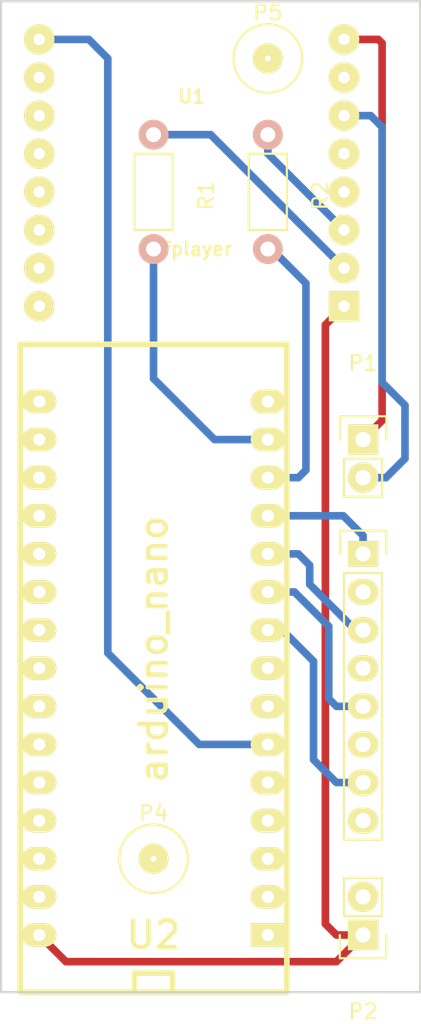
<source format=kicad_pcb>
(kicad_pcb (version 4) (host pcbnew 4.0.2+dfsg1-stable)

  (general
    (links 20)
    (no_connects 7)
    (area 60.884999 25.0338 88.975001 93.7082)
    (thickness 1.6)
    (drawings 4)
    (tracks 57)
    (zones 0)
    (modules 9)
    (nets 14)
  )

  (page A4)
  (layers
    (0 F.Cu signal)
    (31 B.Cu signal)
    (32 B.Adhes user)
    (33 F.Adhes user)
    (34 B.Paste user)
    (35 F.Paste user)
    (36 B.SilkS user)
    (37 F.SilkS user)
    (38 B.Mask user)
    (39 F.Mask user)
    (40 Dwgs.User user)
    (41 Cmts.User user)
    (42 Eco1.User user)
    (43 Eco2.User user)
    (44 Edge.Cuts user)
    (45 Margin user)
    (46 B.CrtYd user)
    (47 F.CrtYd user)
    (48 B.Fab user)
    (49 F.Fab user)
  )

  (setup
    (last_trace_width 0.508)
    (trace_clearance 0.2032)
    (zone_clearance 0.508)
    (zone_45_only no)
    (trace_min 0.2)
    (segment_width 0.2)
    (edge_width 0.15)
    (via_size 0.6)
    (via_drill 0.4)
    (via_min_size 0.4)
    (via_min_drill 0.3)
    (uvia_size 0.3)
    (uvia_drill 0.1)
    (uvias_allowed no)
    (uvia_min_size 0)
    (uvia_min_drill 0)
    (pcb_text_width 0.3)
    (pcb_text_size 1.5 1.5)
    (mod_edge_width 0.15)
    (mod_text_size 1 1)
    (mod_text_width 0.15)
    (pad_size 2.032 2.032)
    (pad_drill 1.016)
    (pad_to_mask_clearance 0.2)
    (aux_axis_origin 0 0)
    (grid_origin 60.96 91.44)
    (visible_elements FFFCFF1F)
    (pcbplotparams
      (layerselection 0x00000_00000001)
      (usegerberextensions false)
      (excludeedgelayer true)
      (linewidth 0.100000)
      (plotframeref false)
      (viasonmask false)
      (mode 1)
      (useauxorigin false)
      (hpglpennumber 1)
      (hpglpenspeed 20)
      (hpglpendiameter 15)
      (hpglpenoverlay 2)
      (psnegative false)
      (psa4output false)
      (plotreference true)
      (plotvalue true)
      (plotinvisibletext false)
      (padsonsilk false)
      (subtractmaskfromsilk false)
      (outputformat 4)
      (mirror true)
      (drillshape 1)
      (scaleselection 1)
      (outputdirectory plots))
  )

  (net 0 "")
  (net 1 /SPEAKER_2)
  (net 2 /SPEAKER_1)
  (net 3 +5V)
  (net 4 GND)
  (net 5 "Net-(U1-Pad16)")
  (net 6 "Net-(P3-Pad1)")
  (net 7 "Net-(P3-Pad3)")
  (net 8 "Net-(P3-Pad5)")
  (net 9 "Net-(P3-Pad7)")
  (net 10 "Net-(R1-Pad1)")
  (net 11 "Net-(R1-Pad2)")
  (net 12 "Net-(R2-Pad1)")
  (net 13 "Net-(R2-Pad2)")

  (net_class Default "This is the default net class."
    (clearance 0.2032)
    (trace_width 0.508)
    (via_dia 0.6)
    (via_drill 0.4)
    (uvia_dia 0.3)
    (uvia_drill 0.1)
    (add_net +5V)
    (add_net /SPEAKER_1)
    (add_net /SPEAKER_2)
    (add_net GND)
    (add_net "Net-(P3-Pad1)")
    (add_net "Net-(P3-Pad3)")
    (add_net "Net-(P3-Pad5)")
    (add_net "Net-(P3-Pad7)")
    (add_net "Net-(R1-Pad1)")
    (add_net "Net-(R1-Pad2)")
    (add_net "Net-(R2-Pad1)")
    (add_net "Net-(R2-Pad2)")
    (add_net "Net-(U1-Pad16)")
  )

  (module Pin_Headers:Pin_Header_Straight_1x02 (layer F.Cu) (tedit 57756C24) (tstamp 57476891)
    (at 85.09 54.61)
    (descr "Through hole pin header")
    (tags "pin header")
    (path /574774DC)
    (fp_text reference P1 (at 0 -5.1) (layer F.SilkS)
      (effects (font (size 1 1) (thickness 0.15)))
    )
    (fp_text value Speaker (at 0 -3.1) (layer F.Fab)
      (effects (font (size 1 1) (thickness 0.15)))
    )
    (fp_line (start 1.27 1.27) (end 1.27 3.81) (layer F.SilkS) (width 0.15))
    (fp_line (start 1.55 -1.55) (end 1.55 0) (layer F.SilkS) (width 0.15))
    (fp_line (start -1.75 -1.75) (end -1.75 4.3) (layer F.CrtYd) (width 0.05))
    (fp_line (start 1.75 -1.75) (end 1.75 4.3) (layer F.CrtYd) (width 0.05))
    (fp_line (start -1.75 -1.75) (end 1.75 -1.75) (layer F.CrtYd) (width 0.05))
    (fp_line (start -1.75 4.3) (end 1.75 4.3) (layer F.CrtYd) (width 0.05))
    (fp_line (start 1.27 1.27) (end -1.27 1.27) (layer F.SilkS) (width 0.15))
    (fp_line (start -1.55 0) (end -1.55 -1.55) (layer F.SilkS) (width 0.15))
    (fp_line (start -1.55 -1.55) (end 1.55 -1.55) (layer F.SilkS) (width 0.15))
    (fp_line (start -1.27 1.27) (end -1.27 3.81) (layer F.SilkS) (width 0.15))
    (fp_line (start -1.27 3.81) (end 1.27 3.81) (layer F.SilkS) (width 0.15))
    (pad 1 thru_hole rect (at 0 0) (size 2.032 2.032) (drill 1.016) (layers *.Cu *.Mask F.SilkS)
      (net 1 /SPEAKER_2))
    (pad 2 thru_hole oval (at 0 2.54) (size 2.032 2.032) (drill 1.016) (layers *.Cu *.Mask F.SilkS)
      (net 2 /SPEAKER_1))
    (model Pin_Headers.3dshapes/Pin_Header_Straight_1x02.wrl
      (at (xyz 0 -0.05 0))
      (scale (xyz 1 1 1))
      (rotate (xyz 0 0 90))
    )
  )

  (module Pin_Headers:Pin_Header_Straight_1x02 (layer F.Cu) (tedit 54EA090C) (tstamp 57753023)
    (at 85.09 87.63 180)
    (descr "Through hole pin header")
    (tags "pin header")
    (path /57752FCF)
    (fp_text reference P2 (at 0 -5.1 180) (layer F.SilkS)
      (effects (font (size 1 1) (thickness 0.15)))
    )
    (fp_text value Power (at 0 -3.1 180) (layer F.Fab)
      (effects (font (size 1 1) (thickness 0.15)))
    )
    (fp_line (start 1.27 1.27) (end 1.27 3.81) (layer F.SilkS) (width 0.15))
    (fp_line (start 1.55 -1.55) (end 1.55 0) (layer F.SilkS) (width 0.15))
    (fp_line (start -1.75 -1.75) (end -1.75 4.3) (layer F.CrtYd) (width 0.05))
    (fp_line (start 1.75 -1.75) (end 1.75 4.3) (layer F.CrtYd) (width 0.05))
    (fp_line (start -1.75 -1.75) (end 1.75 -1.75) (layer F.CrtYd) (width 0.05))
    (fp_line (start -1.75 4.3) (end 1.75 4.3) (layer F.CrtYd) (width 0.05))
    (fp_line (start 1.27 1.27) (end -1.27 1.27) (layer F.SilkS) (width 0.15))
    (fp_line (start -1.55 0) (end -1.55 -1.55) (layer F.SilkS) (width 0.15))
    (fp_line (start -1.55 -1.55) (end 1.55 -1.55) (layer F.SilkS) (width 0.15))
    (fp_line (start -1.27 1.27) (end -1.27 3.81) (layer F.SilkS) (width 0.15))
    (fp_line (start -1.27 3.81) (end 1.27 3.81) (layer F.SilkS) (width 0.15))
    (pad 1 thru_hole rect (at 0 0 180) (size 2.032 2.032) (drill 1.016) (layers *.Cu *.Mask F.SilkS)
      (net 3 +5V))
    (pad 2 thru_hole oval (at 0 2.54 180) (size 2.032 2.032) (drill 1.016) (layers *.Cu *.Mask F.SilkS)
      (net 4 GND))
    (model Pin_Headers.3dshapes/Pin_Header_Straight_1x02.wrl
      (at (xyz 0 -0.05 0))
      (scale (xyz 1 1 1))
      (rotate (xyz 0 0 90))
    )
  )

  (module Pin_Headers:Pin_Header_Straight_1x08 (layer F.Cu) (tedit 0) (tstamp 577537E9)
    (at 85.09 62.23)
    (descr "Through hole pin header")
    (tags "pin header")
    (path /57753778)
    (fp_text reference P3 (at 0 -5.1) (layer F.SilkS)
      (effects (font (size 1 1) (thickness 0.15)))
    )
    (fp_text value Buttons (at 0 -3.1) (layer F.Fab)
      (effects (font (size 1 1) (thickness 0.15)))
    )
    (fp_line (start -1.75 -1.75) (end -1.75 19.55) (layer F.CrtYd) (width 0.05))
    (fp_line (start 1.75 -1.75) (end 1.75 19.55) (layer F.CrtYd) (width 0.05))
    (fp_line (start -1.75 -1.75) (end 1.75 -1.75) (layer F.CrtYd) (width 0.05))
    (fp_line (start -1.75 19.55) (end 1.75 19.55) (layer F.CrtYd) (width 0.05))
    (fp_line (start 1.27 1.27) (end 1.27 19.05) (layer F.SilkS) (width 0.15))
    (fp_line (start 1.27 19.05) (end -1.27 19.05) (layer F.SilkS) (width 0.15))
    (fp_line (start -1.27 19.05) (end -1.27 1.27) (layer F.SilkS) (width 0.15))
    (fp_line (start 1.55 -1.55) (end 1.55 0) (layer F.SilkS) (width 0.15))
    (fp_line (start 1.27 1.27) (end -1.27 1.27) (layer F.SilkS) (width 0.15))
    (fp_line (start -1.55 0) (end -1.55 -1.55) (layer F.SilkS) (width 0.15))
    (fp_line (start -1.55 -1.55) (end 1.55 -1.55) (layer F.SilkS) (width 0.15))
    (pad 1 thru_hole rect (at 0 0) (size 2.032 1.7272) (drill 1.016) (layers *.Cu *.Mask F.SilkS)
      (net 6 "Net-(P3-Pad1)"))
    (pad 2 thru_hole oval (at 0 2.54) (size 2.032 1.7272) (drill 1.016) (layers *.Cu *.Mask F.SilkS)
      (net 4 GND))
    (pad 3 thru_hole oval (at 0 5.08) (size 2.032 1.7272) (drill 1.016) (layers *.Cu *.Mask F.SilkS)
      (net 7 "Net-(P3-Pad3)"))
    (pad 4 thru_hole oval (at 0 7.62) (size 2.032 1.7272) (drill 1.016) (layers *.Cu *.Mask F.SilkS)
      (net 4 GND))
    (pad 5 thru_hole oval (at 0 10.16) (size 2.032 1.7272) (drill 1.016) (layers *.Cu *.Mask F.SilkS)
      (net 8 "Net-(P3-Pad5)"))
    (pad 6 thru_hole oval (at 0 12.7) (size 2.032 1.7272) (drill 1.016) (layers *.Cu *.Mask F.SilkS)
      (net 4 GND))
    (pad 7 thru_hole oval (at 0 15.24) (size 2.032 1.7272) (drill 1.016) (layers *.Cu *.Mask F.SilkS)
      (net 9 "Net-(P3-Pad7)"))
    (pad 8 thru_hole oval (at 0 17.78) (size 2.032 1.7272) (drill 1.016) (layers *.Cu *.Mask F.SilkS)
      (net 4 GND))
    (model Pin_Headers.3dshapes/Pin_Header_Straight_1x08.wrl
      (at (xyz 0 -0.35 0))
      (scale (xyz 1 1 1))
      (rotate (xyz 0 0 90))
    )
  )

  (module Resistors_ThroughHole:Resistor_Horizontal_RM7mm (layer F.Cu) (tedit 569FCF07) (tstamp 57753C7D)
    (at 71.12 34.29 270)
    (descr "Resistor, Axial,  RM 7.62mm, 1/3W,")
    (tags "Resistor Axial RM 7.62mm 1/3W R3")
    (path /57753DFF)
    (fp_text reference R1 (at 4.05892 -3.50012 270) (layer F.SilkS)
      (effects (font (size 1 1) (thickness 0.15)))
    )
    (fp_text value 1k (at 3.81 3.81 270) (layer F.Fab)
      (effects (font (size 1 1) (thickness 0.15)))
    )
    (fp_line (start -1.25 -1.5) (end 8.85 -1.5) (layer F.CrtYd) (width 0.05))
    (fp_line (start -1.25 1.5) (end -1.25 -1.5) (layer F.CrtYd) (width 0.05))
    (fp_line (start 8.85 -1.5) (end 8.85 1.5) (layer F.CrtYd) (width 0.05))
    (fp_line (start -1.25 1.5) (end 8.85 1.5) (layer F.CrtYd) (width 0.05))
    (fp_line (start 1.27 -1.27) (end 6.35 -1.27) (layer F.SilkS) (width 0.15))
    (fp_line (start 6.35 -1.27) (end 6.35 1.27) (layer F.SilkS) (width 0.15))
    (fp_line (start 6.35 1.27) (end 1.27 1.27) (layer F.SilkS) (width 0.15))
    (fp_line (start 1.27 1.27) (end 1.27 -1.27) (layer F.SilkS) (width 0.15))
    (pad 1 thru_hole circle (at 0 0 270) (size 1.99898 1.99898) (drill 1.00076) (layers *.Cu *.SilkS *.Mask)
      (net 10 "Net-(R1-Pad1)"))
    (pad 2 thru_hole circle (at 7.62 0 270) (size 1.99898 1.99898) (drill 1.00076) (layers *.Cu *.SilkS *.Mask)
      (net 11 "Net-(R1-Pad2)"))
  )

  (module Resistors_ThroughHole:Resistor_Horizontal_RM7mm (layer F.Cu) (tedit 569FCF07) (tstamp 57753C83)
    (at 78.74 34.29 270)
    (descr "Resistor, Axial,  RM 7.62mm, 1/3W,")
    (tags "Resistor Axial RM 7.62mm 1/3W R3")
    (path /57753E38)
    (fp_text reference R2 (at 4.05892 -3.50012 270) (layer F.SilkS)
      (effects (font (size 1 1) (thickness 0.15)))
    )
    (fp_text value 1k (at 3.81 3.81 270) (layer F.Fab)
      (effects (font (size 1 1) (thickness 0.15)))
    )
    (fp_line (start -1.25 -1.5) (end 8.85 -1.5) (layer F.CrtYd) (width 0.05))
    (fp_line (start -1.25 1.5) (end -1.25 -1.5) (layer F.CrtYd) (width 0.05))
    (fp_line (start 8.85 -1.5) (end 8.85 1.5) (layer F.CrtYd) (width 0.05))
    (fp_line (start -1.25 1.5) (end 8.85 1.5) (layer F.CrtYd) (width 0.05))
    (fp_line (start 1.27 -1.27) (end 6.35 -1.27) (layer F.SilkS) (width 0.15))
    (fp_line (start 6.35 -1.27) (end 6.35 1.27) (layer F.SilkS) (width 0.15))
    (fp_line (start 6.35 1.27) (end 1.27 1.27) (layer F.SilkS) (width 0.15))
    (fp_line (start 1.27 1.27) (end 1.27 -1.27) (layer F.SilkS) (width 0.15))
    (pad 1 thru_hole circle (at 0 0 270) (size 1.99898 1.99898) (drill 1.00076) (layers *.Cu *.SilkS *.Mask)
      (net 12 "Net-(R2-Pad1)"))
    (pad 2 thru_hole circle (at 7.62 0 270) (size 1.99898 1.99898) (drill 1.00076) (layers *.Cu *.SilkS *.Mask)
      (net 13 "Net-(R2-Pad2)"))
  )

  (module dfplayer:DFPlayer (layer F.Cu) (tedit 57755C9B) (tstamp 574768A5)
    (at 73.66 36.83 90)
    (path /57477441)
    (fp_text reference U1 (at 5.08 0 180) (layer F.SilkS)
      (effects (font (size 0.889 0.889) (thickness 0.1778)))
    )
    (fp_text value dfplayer (at -5.08 0 180) (layer F.SilkS)
      (effects (font (size 0.889 0.889) (thickness 0.1778)))
    )
    (pad 1 thru_hole rect (at -8.89 10.16 90) (size 2.032 2.032) (drill 0.762) (layers *.Cu *.Mask F.SilkS)
      (net 3 +5V))
    (pad 2 thru_hole circle (at -6.35 10.16 90) (size 2.032 2.032) (drill 0.762) (layers *.Cu *.Mask F.SilkS)
      (net 10 "Net-(R1-Pad1)"))
    (pad 3 thru_hole circle (at -3.81 10.16 90) (size 2.032 2.032) (drill 0.762) (layers *.Cu *.Mask F.SilkS)
      (net 12 "Net-(R2-Pad1)"))
    (pad 4 thru_hole circle (at -1.27 10.16 90) (size 2.032 2.032) (drill 0.762) (layers *.Cu *.Mask F.SilkS))
    (pad 5 thru_hole circle (at 1.27 10.16 90) (size 2.032 2.032) (drill 0.762) (layers *.Cu *.Mask F.SilkS))
    (pad 6 thru_hole circle (at 3.81 10.16 90) (size 2.032 2.032) (drill 0.762) (layers *.Cu *.Mask F.SilkS)
      (net 2 /SPEAKER_1))
    (pad 7 thru_hole circle (at 6.35 10.16 90) (size 2.032 2.032) (drill 0.762) (layers *.Cu *.Mask F.SilkS)
      (net 4 GND))
    (pad 8 thru_hole circle (at 8.89 10.16 90) (size 2.032 2.032) (drill 0.762) (layers *.Cu *.Mask F.SilkS)
      (net 1 /SPEAKER_2))
    (pad 9 thru_hole circle (at -8.89 -10.16 270) (size 2.032 2.032) (drill 0.762) (layers *.Cu *.Mask F.SilkS))
    (pad 10 thru_hole circle (at -6.35 -10.16 270) (size 2.032 2.032) (drill 0.762) (layers *.Cu *.Mask F.SilkS))
    (pad 11 thru_hole circle (at -3.81 -10.16 270) (size 2.032 2.032) (drill 0.762) (layers *.Cu *.Mask F.SilkS))
    (pad 12 thru_hole circle (at -1.27 -10.16 270) (size 2.032 2.032) (drill 0.762) (layers *.Cu *.Mask F.SilkS))
    (pad 13 thru_hole circle (at 1.27 -10.16 270) (size 2.032 2.032) (drill 0.762) (layers *.Cu *.Mask F.SilkS))
    (pad 14 thru_hole circle (at 3.81 -10.16 270) (size 2.032 2.032) (drill 0.762) (layers *.Cu *.Mask F.SilkS))
    (pad 15 thru_hole circle (at 6.35 -10.16 270) (size 2.032 2.032) (drill 0.762) (layers *.Cu *.Mask F.SilkS))
    (pad 16 thru_hole circle (at 8.89 -10.16 270) (size 2.032 2.032) (drill 0.762) (layers *.Cu *.Mask F.SilkS)
      (net 5 "Net-(U1-Pad16)"))
  )

  (module arduino:arduino_nano (layer F.Cu) (tedit 57755190) (tstamp 574768C7)
    (at 71.12 68.58 90)
    (descr "30 pins DIL package, elliptical pads, width 600mil (arduino mini)")
    (tags "DIL arduino mini")
    (path /57476C2C)
    (fp_text reference U2 (at -19.05 0 360) (layer F.SilkS)
      (effects (font (size 1.778 1.778) (thickness 0.3048)))
    )
    (fp_text value arduino_nano (at 0 0 90) (layer F.SilkS)
      (effects (font (size 1.778 1.778) (thickness 0.3048)))
    )
    (fp_line (start 20.32 -8.89) (end 20.32 8.89) (layer F.SilkS) (width 0.381))
    (fp_line (start -22.86 -8.89) (end -22.86 8.89) (layer F.SilkS) (width 0.381))
    (fp_line (start -22.86 -8.89) (end 20.32 -8.89) (layer F.SilkS) (width 0.381))
    (fp_line (start 20.32 8.89) (end -22.86 8.89) (layer F.SilkS) (width 0.381))
    (fp_line (start -22.86 1.27) (end -21.59 1.27) (layer F.SilkS) (width 0.381))
    (fp_line (start -21.59 1.27) (end -21.59 -1.27) (layer F.SilkS) (width 0.381))
    (fp_line (start -21.59 -1.27) (end -22.86 -1.27) (layer F.SilkS) (width 0.381))
    (pad 1 thru_hole rect (at -19.05 7.62 90) (size 1.5748 2.286) (drill 0.8128) (layers *.Cu *.Mask F.SilkS))
    (pad 2 thru_hole oval (at -16.51 7.62 90) (size 1.5748 2.286) (drill 0.8128) (layers *.Cu *.Mask F.SilkS))
    (pad 3 thru_hole oval (at -13.97 7.62 90) (size 1.5748 2.286) (drill 0.8128) (layers *.Cu *.Mask F.SilkS))
    (pad 4 thru_hole oval (at -11.43 7.62 90) (size 1.5748 2.286) (drill 0.8128) (layers *.Cu *.Mask F.SilkS)
      (net 4 GND))
    (pad 5 thru_hole oval (at -8.89 7.62 90) (size 1.5748 2.286) (drill 0.8128) (layers *.Cu *.Mask F.SilkS))
    (pad 6 thru_hole oval (at -6.35 7.62 90) (size 1.5748 2.286) (drill 0.8128) (layers *.Cu *.Mask F.SilkS)
      (net 5 "Net-(U1-Pad16)"))
    (pad 7 thru_hole oval (at -3.81 7.62 90) (size 1.5748 2.286) (drill 0.8128) (layers *.Cu *.Mask F.SilkS))
    (pad 8 thru_hole oval (at -1.27 7.62 90) (size 1.5748 2.286) (drill 0.8128) (layers *.Cu *.Mask F.SilkS))
    (pad 9 thru_hole oval (at 1.27 7.62 90) (size 1.5748 2.286) (drill 0.8128) (layers *.Cu *.Mask F.SilkS)
      (net 9 "Net-(P3-Pad7)"))
    (pad 10 thru_hole oval (at 3.81 7.62 90) (size 1.5748 2.286) (drill 0.8128) (layers *.Cu *.Mask F.SilkS)
      (net 8 "Net-(P3-Pad5)"))
    (pad 11 thru_hole oval (at 6.35 7.62 90) (size 1.5748 2.286) (drill 0.8128) (layers *.Cu *.Mask F.SilkS)
      (net 7 "Net-(P3-Pad3)"))
    (pad 12 thru_hole oval (at 8.89 7.62 90) (size 1.5748 2.286) (drill 0.8128) (layers *.Cu *.Mask F.SilkS)
      (net 6 "Net-(P3-Pad1)"))
    (pad 13 thru_hole oval (at 11.43 7.62 90) (size 1.5748 2.286) (drill 0.8128) (layers *.Cu *.Mask F.SilkS)
      (net 13 "Net-(R2-Pad2)"))
    (pad 14 thru_hole oval (at 13.97 7.62 90) (size 1.5748 2.286) (drill 0.8128) (layers *.Cu *.Mask F.SilkS)
      (net 11 "Net-(R1-Pad2)"))
    (pad 15 thru_hole oval (at 16.51 7.62 90) (size 1.5748 2.286) (drill 0.8128) (layers *.Cu *.Mask F.SilkS))
    (pad 16 thru_hole oval (at 16.51 -7.62 90) (size 1.5748 2.286) (drill 0.8128) (layers *.Cu *.Mask F.SilkS))
    (pad 17 thru_hole oval (at 13.97 -7.62 90) (size 1.5748 2.286) (drill 0.8128) (layers *.Cu *.Mask F.SilkS))
    (pad 18 thru_hole oval (at 11.43 -7.62 90) (size 1.5748 2.286) (drill 0.8128) (layers *.Cu *.Mask F.SilkS))
    (pad 19 thru_hole oval (at 8.89 -7.62 90) (size 1.5748 2.286) (drill 0.8128) (layers *.Cu *.Mask F.SilkS))
    (pad 20 thru_hole oval (at 6.35 -7.62 90) (size 1.5748 2.286) (drill 0.8128) (layers *.Cu *.Mask F.SilkS))
    (pad 21 thru_hole oval (at 3.81 -7.62 90) (size 1.5748 2.286) (drill 0.8128) (layers *.Cu *.Mask F.SilkS))
    (pad 22 thru_hole oval (at 1.27 -7.62 90) (size 1.5748 2.286) (drill 0.8128) (layers *.Cu *.Mask F.SilkS))
    (pad 23 thru_hole oval (at -1.27 -7.62 90) (size 1.5748 2.286) (drill 0.8128) (layers *.Cu *.Mask F.SilkS))
    (pad 24 thru_hole oval (at -3.81 -7.62 90) (size 1.5748 2.286) (drill 0.8128) (layers *.Cu *.Mask F.SilkS))
    (pad 25 thru_hole oval (at -6.35 -7.62 90) (size 1.5748 2.286) (drill 0.8128) (layers *.Cu *.Mask F.SilkS))
    (pad 26 thru_hole oval (at -8.89 -7.62 90) (size 1.5748 2.286) (drill 0.8128) (layers *.Cu *.Mask F.SilkS))
    (pad 27 thru_hole oval (at -11.43 -7.62 90) (size 1.5748 2.286) (drill 0.8128) (layers *.Cu *.Mask F.SilkS))
    (pad 28 thru_hole oval (at -13.97 -7.62 90) (size 1.5748 2.286) (drill 0.8128) (layers *.Cu *.Mask F.SilkS))
    (pad 29 thru_hole oval (at -16.51 -7.62 90) (size 1.5748 2.286) (drill 0.8128) (layers *.Cu *.Mask F.SilkS)
      (net 4 GND))
    (pad 30 thru_hole oval (at -19.05 -7.62 90) (size 1.5748 2.286) (drill 0.8128) (layers *.Cu *.Mask F.SilkS)
      (net 3 +5V))
  )

  (module missing-parts:alignment (layer F.Cu) (tedit 577568C9) (tstamp 57756915)
    (at 71.12 82.55)
    (descr "module 1 pin (ou trou mecanique de percage)")
    (tags DEV)
    (path /57756530)
    (fp_text reference P4 (at 0 -3.048) (layer F.SilkS)
      (effects (font (size 1 1) (thickness 0.15)))
    )
    (fp_text value "Alignment 1" (at 0 2.794) (layer F.Fab)
      (effects (font (size 1 1) (thickness 0.15)))
    )
    (fp_circle (center 0 0) (end 0 -2.286) (layer F.SilkS) (width 0.15))
    (pad 1 thru_hole circle (at 0 0) (size 2 2) (drill 0.4) (layers *.Cu *.Mask F.SilkS))
  )

  (module missing-parts:alignment (layer F.Cu) (tedit 577568C9) (tstamp 5775691A)
    (at 78.74 29.21)
    (descr "module 1 pin (ou trou mecanique de percage)")
    (tags DEV)
    (path /577565C1)
    (fp_text reference P5 (at 0 -3.048) (layer F.SilkS)
      (effects (font (size 1 1) (thickness 0.15)))
    )
    (fp_text value "Alignment 2" (at 0 2.794) (layer F.Fab)
      (effects (font (size 1 1) (thickness 0.15)))
    )
    (fp_circle (center 0 0) (end 0 -2.286) (layer F.SilkS) (width 0.15))
    (pad 1 thru_hole circle (at 0 0) (size 2 2) (drill 0.4) (layers *.Cu *.Mask F.SilkS))
  )

  (gr_line (start 60.96 91.44) (end 60.96 25.4) (angle 90) (layer Edge.Cuts) (width 0.15))
  (gr_line (start 88.9 91.44) (end 60.96 91.44) (angle 90) (layer Edge.Cuts) (width 0.15))
  (gr_line (start 88.9 25.4) (end 88.9 91.44) (angle 90) (layer Edge.Cuts) (width 0.15))
  (gr_line (start 60.96 25.4) (end 88.9 25.4) (angle 90) (layer Edge.Cuts) (width 0.15))

  (segment (start 83.82 27.94) (end 86.106 27.94) (width 0.508) (layer F.Cu) (net 1) (status 400000))
  (segment (start 86.36 53.34) (end 85.09 54.61) (width 0.508) (layer F.Cu) (net 1) (tstamp 57757505) (status 800000))
  (segment (start 86.36 28.194) (end 86.36 53.34) (width 0.508) (layer F.Cu) (net 1) (tstamp 57757502))
  (segment (start 86.106 27.94) (end 86.36 28.194) (width 0.508) (layer F.Cu) (net 1) (tstamp 57757501))
  (segment (start 85.09 54.61) (end 85.09 54.356) (width 0.508) (layer F.Cu) (net 1) (status C00000))
  (segment (start 85.09 57.15) (end 86.614 57.15) (width 0.508) (layer B.Cu) (net 2) (status 10))
  (segment (start 85.598 33.02) (end 83.82 33.02) (width 0.508) (layer B.Cu) (net 2) (tstamp 57757382) (status 20))
  (segment (start 86.36 33.782) (end 85.598 33.02) (width 0.508) (layer B.Cu) (net 2) (tstamp 5775737E))
  (segment (start 86.36 50.8) (end 86.36 33.782) (width 0.508) (layer B.Cu) (net 2) (tstamp 5775737A))
  (segment (start 87.884 52.324) (end 86.36 50.8) (width 0.508) (layer B.Cu) (net 2) (tstamp 57757377))
  (segment (start 87.884 55.88) (end 87.884 52.324) (width 0.508) (layer B.Cu) (net 2) (tstamp 57757376))
  (segment (start 86.614 57.15) (end 87.884 55.88) (width 0.508) (layer B.Cu) (net 2) (tstamp 57757373))
  (segment (start 85.09 87.63) (end 83.312 87.63) (width 0.508) (layer F.Cu) (net 3) (status 400000))
  (segment (start 82.5748 86.8928) (end 82.5748 84.6068) (width 0.508) (layer F.Cu) (net 3) (tstamp 577574E6))
  (segment (start 83.312 87.63) (end 82.5748 86.8928) (width 0.508) (layer F.Cu) (net 3) (tstamp 577574E3))
  (segment (start 85.09 87.63) (end 84.836 87.63) (width 0.508) (layer F.Cu) (net 3) (status C00000))
  (segment (start 85.09 87.63) (end 83.312 89.408) (width 0.508) (layer F.Cu) (net 3) (status 400000))
  (segment (start 65.278 89.408) (end 63.5 87.63) (width 0.508) (layer F.Cu) (net 3) (tstamp 577574D4) (status 800000))
  (segment (start 83.312 89.408) (end 65.278 89.408) (width 0.508) (layer F.Cu) (net 3) (tstamp 577574D2))
  (segment (start 83.82 45.72) (end 82.5748 46.9652) (width 0.508) (layer F.Cu) (net 3) (status 10))
  (segment (start 82.5748 46.9652) (end 82.5748 84.6068) (width 0.508) (layer F.Cu) (net 3))
  (segment (start 68.072 34.798) (end 68.072 68.834) (width 0.508) (layer B.Cu) (net 5))
  (segment (start 74.168 74.93) (end 78.74 74.93) (width 0.508) (layer B.Cu) (net 5) (tstamp 57757554) (status 800000))
  (segment (start 68.072 68.834) (end 74.168 74.93) (width 0.508) (layer B.Cu) (net 5) (tstamp 5775754F))
  (segment (start 63.5 27.94) (end 66.802 27.94) (width 0.508) (layer B.Cu) (net 5) (status 400000))
  (segment (start 68.072 29.21) (end 68.072 34.798) (width 0.508) (layer B.Cu) (net 5) (tstamp 5775753F))
  (segment (start 66.802 27.94) (end 68.072 29.21) (width 0.508) (layer B.Cu) (net 5) (tstamp 5775753D))
  (segment (start 83.7695 59.69) (end 85.09 61.0105) (width 0.508) (layer B.Cu) (net 6))
  (segment (start 85.09 62.23) (end 85.09 61.0105) (width 0.508) (layer B.Cu) (net 6) (status 10))
  (segment (start 78.74 59.69) (end 83.7695 59.69) (width 0.508) (layer B.Cu) (net 6) (status 10))
  (segment (start 85.09 67.31) (end 84.582 67.31) (width 0.508) (layer B.Cu) (net 7))
  (segment (start 84.582 67.31) (end 81.534 64.262) (width 0.508) (layer B.Cu) (net 7) (tstamp 57757473))
  (segment (start 81.534 64.262) (end 81.534 62.992) (width 0.508) (layer B.Cu) (net 7) (tstamp 57757476))
  (segment (start 81.534 62.992) (end 80.772 62.23) (width 0.508) (layer B.Cu) (net 7) (tstamp 5775747E))
  (segment (start 80.772 62.23) (end 78.74 62.23) (width 0.508) (layer B.Cu) (net 7) (tstamp 5775747F))
  (segment (start 85.09 72.39) (end 83.312 72.39) (width 0.508) (layer B.Cu) (net 8))
  (segment (start 80.518 64.77) (end 78.74 64.77) (width 0.508) (layer B.Cu) (net 8) (tstamp 5775746F))
  (segment (start 82.804 67.056) (end 80.518 64.77) (width 0.508) (layer B.Cu) (net 8) (tstamp 5775746C))
  (segment (start 82.804 71.882) (end 82.804 67.056) (width 0.508) (layer B.Cu) (net 8) (tstamp 57757469))
  (segment (start 83.312 72.39) (end 82.804 71.882) (width 0.508) (layer B.Cu) (net 8) (tstamp 57757468))
  (segment (start 85.09 77.47) (end 83.312 77.47) (width 0.508) (layer B.Cu) (net 9))
  (segment (start 81.788 69.388308) (end 79.709692 67.31) (width 0.508) (layer B.Cu) (net 9) (tstamp 5775745C))
  (segment (start 81.788 75.946) (end 81.788 69.388308) (width 0.508) (layer B.Cu) (net 9) (tstamp 5775745B))
  (segment (start 83.312 77.47) (end 81.788 75.946) (width 0.508) (layer B.Cu) (net 9) (tstamp 57757459))
  (segment (start 79.709692 67.31) (end 78.74 67.31) (width 0.508) (layer B.Cu) (net 9) (tstamp 57757460))
  (segment (start 74.93 34.29) (end 71.12 34.29) (width 0.508) (layer B.Cu) (net 10) (status 20))
  (segment (start 83.82 43.18) (end 74.93 34.29) (width 0.508) (layer B.Cu) (net 10) (status 10))
  (segment (start 78.74 54.61) (end 75.184 54.61) (width 0.508) (layer B.Cu) (net 11) (status 400000))
  (segment (start 71.12 50.546) (end 71.12 41.91) (width 0.508) (layer B.Cu) (net 11) (tstamp 57757525) (status 800000))
  (segment (start 75.184 54.61) (end 71.12 50.546) (width 0.508) (layer B.Cu) (net 11) (tstamp 57757524))
  (segment (start 78.74 35.56) (end 78.74 34.29) (width 0.508) (layer B.Cu) (net 12) (status 20))
  (segment (start 83.82 40.64) (end 78.74 35.56) (width 0.508) (layer B.Cu) (net 12) (status 10))
  (segment (start 78.74 41.91) (end 78.994 41.91) (width 0.508) (layer B.Cu) (net 13) (status C00000))
  (segment (start 78.994 41.91) (end 81.28 44.196) (width 0.508) (layer B.Cu) (net 13) (tstamp 57757512) (status 400000))
  (segment (start 81.28 44.196) (end 81.28 56.642) (width 0.508) (layer B.Cu) (net 13) (tstamp 57757514))
  (segment (start 81.28 56.642) (end 80.772 57.15) (width 0.508) (layer B.Cu) (net 13) (tstamp 57757516))
  (segment (start 80.772 57.15) (end 78.74 57.15) (width 0.508) (layer B.Cu) (net 13) (tstamp 57757517) (status 800000))

  (zone (net 4) (net_name GND) (layer F.Cu) (tstamp 57789B0A) (hatch edge 0.508)
    (connect_pads (clearance 0.508))
    (min_thickness 0.254)
    (fill (arc_segments 16) (thermal_gap 0.508) (thermal_bridge_width 0.508))
    (polygon
      (pts
        (xy 88.9 91.44) (xy 60.96 91.44) (xy 60.96 25.4) (xy 88.9 25.4) (xy 88.9 91.44)
      )
    )
  )
  (zone (net 4) (net_name GND) (layer B.Cu) (tstamp 57789B0E) (hatch edge 0.508)
    (connect_pads (clearance 0.508))
    (min_thickness 0.254)
    (fill (arc_segments 16) (thermal_gap 0.508) (thermal_bridge_width 0.508))
    (polygon
      (pts
        (xy 88.9 91.44) (xy 60.96 91.44) (xy 60.96 25.4) (xy 88.9 25.4) (xy 88.9 91.44)
      )
    )
  )
)

</source>
